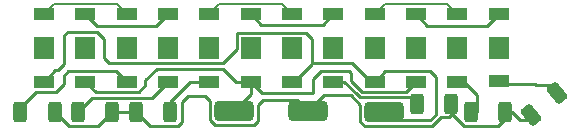
<source format=gtl>
%TF.GenerationSoftware,KiCad,Pcbnew,(6.0.0)*%
%TF.CreationDate,2022-05-16T10:26:12-07:00*%
%TF.ProjectId,Raptor Gerber,52617074-6f72-4204-9765-726265722e6b,rev?*%
%TF.SameCoordinates,Original*%
%TF.FileFunction,Copper,L1,Top*%
%TF.FilePolarity,Positive*%
%FSLAX46Y46*%
G04 Gerber Fmt 4.6, Leading zero omitted, Abs format (unit mm)*
G04 Created by KiCad (PCBNEW (6.0.0)) date 2022-05-16 10:26:12*
%MOMM*%
%LPD*%
G01*
G04 APERTURE LIST*
G04 Aperture macros list*
%AMRoundRect*
0 Rectangle with rounded corners*
0 $1 Rounding radius*
0 $2 $3 $4 $5 $6 $7 $8 $9 X,Y pos of 4 corners*
0 Add a 4 corners polygon primitive as box body*
4,1,4,$2,$3,$4,$5,$6,$7,$8,$9,$2,$3,0*
0 Add four circle primitives for the rounded corners*
1,1,$1+$1,$2,$3*
1,1,$1+$1,$4,$5*
1,1,$1+$1,$6,$7*
1,1,$1+$1,$8,$9*
0 Add four rect primitives between the rounded corners*
20,1,$1+$1,$2,$3,$4,$5,0*
20,1,$1+$1,$4,$5,$6,$7,0*
20,1,$1+$1,$6,$7,$8,$9,0*
20,1,$1+$1,$8,$9,$2,$3,0*%
G04 Aperture macros list end*
%TA.AperFunction,SMDPad,CuDef*%
%ADD10R,1.700000X1.900000*%
%TD*%
%TA.AperFunction,SMDPad,CuDef*%
%ADD11R,1.700000X1.100000*%
%TD*%
%TA.AperFunction,SMDPad,CuDef*%
%ADD12RoundRect,0.250000X0.162353X-0.679649X0.641131X-0.277907X-0.162353X0.679649X-0.641131X0.277907X0*%
%TD*%
%TA.AperFunction,SMDPad,CuDef*%
%ADD13RoundRect,0.425000X-1.275000X-0.425000X1.275000X-0.425000X1.275000X0.425000X-1.275000X0.425000X0*%
%TD*%
%TA.AperFunction,SMDPad,CuDef*%
%ADD14RoundRect,0.250000X0.312500X0.625000X-0.312500X0.625000X-0.312500X-0.625000X0.312500X-0.625000X0*%
%TD*%
%TA.AperFunction,SMDPad,CuDef*%
%ADD15RoundRect,0.250000X-0.312500X-0.625000X0.312500X-0.625000X0.312500X0.625000X-0.312500X0.625000X0*%
%TD*%
%TA.AperFunction,Conductor*%
%ADD16C,0.250000*%
%TD*%
%TA.AperFunction,Conductor*%
%ADD17C,0.203200*%
%TD*%
G04 APERTURE END LIST*
D10*
%TO.P,D191,*%
%TO.N,*%
X59012556Y-19635687D03*
D11*
%TO.P,D191,1,K*%
%TO.N,N/C*%
X59012556Y-16785687D03*
%TO.P,D191,2,A*%
X59012556Y-22485687D03*
%TD*%
D12*
%TO.P,R96,1*%
%TO.N,N/C*%
X61724081Y-25347587D03*
%TO.P,R96,2*%
X63964761Y-23467433D03*
%TD*%
D13*
%TO.P,amb-,1*%
%TO.N,N/C*%
X36587556Y-24996087D03*
%TD*%
D10*
%TO.P,D189,*%
%TO.N,*%
X45012556Y-19646087D03*
D11*
%TO.P,D189,1,K*%
%TO.N,N/C*%
X45012556Y-16796087D03*
%TO.P,D189,2,A*%
X45012556Y-22496087D03*
%TD*%
D10*
%TO.P,D188,*%
%TO.N,*%
X24012556Y-19646087D03*
D11*
%TO.P,D188,1,K*%
%TO.N,N/C*%
X24012556Y-22496087D03*
%TO.P,D188,2,A*%
X24012556Y-16796087D03*
%TD*%
D14*
%TO.P,R94,1*%
%TO.N,N/C*%
X26312556Y-25076087D03*
%TO.P,R94,2*%
X23387556Y-25076087D03*
%TD*%
D10*
%TO.P,D182,*%
%TO.N,*%
X27512556Y-19646087D03*
D11*
%TO.P,D182,1,K*%
%TO.N,N/C*%
X27512556Y-16796087D03*
%TO.P,D182,2,A*%
X27512556Y-22496087D03*
%TD*%
D15*
%TO.P,R92,1*%
%TO.N,N/C*%
X28270056Y-25056087D03*
%TO.P,R92,2*%
X31195056Y-25056087D03*
%TD*%
D14*
%TO.P,R93,1*%
%TO.N,N/C*%
X59584456Y-25096087D03*
%TO.P,R93,2*%
X56659456Y-25096087D03*
%TD*%
D10*
%TO.P,D183,*%
%TO.N,*%
X41512556Y-19646087D03*
D11*
%TO.P,D183,1,K*%
%TO.N,N/C*%
X41512556Y-22496087D03*
%TO.P,D183,2,A*%
X41512556Y-16796087D03*
%TD*%
D13*
%TO.P,7V+,1*%
%TO.N,N/C*%
X42902556Y-25031567D03*
%TD*%
D10*
%TO.P,D192,*%
%TO.N,*%
X52012556Y-19646087D03*
D11*
%TO.P,D192,1,K*%
%TO.N,N/C*%
X52012556Y-22496087D03*
%TO.P,D192,2,A*%
X52012556Y-16796087D03*
%TD*%
D14*
%TO.P,R95,1*%
%TO.N,N/C*%
X54984456Y-24416087D03*
%TO.P,R95,2*%
X52059456Y-24416087D03*
%TD*%
D13*
%TO.P,wht-,1*%
%TO.N,N/C*%
X49312556Y-25101887D03*
%TD*%
D10*
%TO.P,D186,*%
%TO.N,*%
X55512556Y-19646087D03*
D11*
%TO.P,D186,1,K*%
%TO.N,N/C*%
X55512556Y-16796087D03*
%TO.P,D186,2,A*%
X55512556Y-22496087D03*
%TD*%
D10*
%TO.P,D184,*%
%TO.N,*%
X34512556Y-19646087D03*
D11*
%TO.P,D184,1,K*%
%TO.N,N/C*%
X34512556Y-16796087D03*
%TO.P,D184,2,A*%
X34512556Y-22496087D03*
%TD*%
D10*
%TO.P,D187,*%
%TO.N,*%
X31012556Y-19646087D03*
D11*
%TO.P,D187,1,K*%
%TO.N,N/C*%
X31012556Y-16796087D03*
%TO.P,D187,2,A*%
X31012556Y-22496087D03*
%TD*%
D14*
%TO.P,R91,1*%
%TO.N,N/C*%
X21455056Y-25096087D03*
%TO.P,R91,2*%
X18530056Y-25096087D03*
%TD*%
D10*
%TO.P,D181,*%
%TO.N,*%
X20512556Y-19646087D03*
D11*
%TO.P,D181,1,K*%
%TO.N,N/C*%
X20512556Y-22496087D03*
%TO.P,D181,2,A*%
X20512556Y-16796087D03*
%TD*%
D10*
%TO.P,D185,*%
%TO.N,*%
X48512556Y-19646087D03*
D11*
%TO.P,D185,1,K*%
%TO.N,N/C*%
X48512556Y-22496087D03*
%TO.P,D185,2,A*%
X48512556Y-16796087D03*
%TD*%
D10*
%TO.P,D190,*%
%TO.N,*%
X38012556Y-19646087D03*
D11*
%TO.P,D190,1,K*%
%TO.N,N/C*%
X38012556Y-22496087D03*
%TO.P,D190,2,A*%
X38012556Y-16796087D03*
%TD*%
D16*
%TO.N,*%
X53367954Y-26276407D02*
X54162076Y-25482285D01*
X29112556Y-22796087D02*
X28538045Y-23370598D01*
X38012556Y-22496087D02*
X36812556Y-22496087D01*
X62192556Y-22813587D02*
X63310915Y-22813587D01*
X29652076Y-23856567D02*
X24607076Y-23856567D01*
X31195056Y-24596087D02*
X31195056Y-24213587D01*
X54162076Y-25482285D02*
X54795358Y-25482285D01*
X52530056Y-24416087D02*
X51934087Y-23820118D01*
X39043476Y-24071567D02*
X38622756Y-24492287D01*
X58037067Y-17771576D02*
X59012556Y-16796087D01*
X53212556Y-25796087D02*
X49957076Y-25796087D01*
X35712556Y-21396087D02*
X30063534Y-21396087D01*
X51934087Y-23820118D02*
X47274909Y-23820118D01*
X29112556Y-22347065D02*
X29112556Y-22796087D01*
X31853036Y-26255607D02*
X29469576Y-26255607D01*
X39012556Y-23496087D02*
X38012556Y-22496087D01*
X22212556Y-21996087D02*
X22587067Y-21621576D01*
X46312556Y-21596087D02*
X44012556Y-21596087D01*
X62192556Y-25738587D02*
X60780056Y-25738587D01*
D17*
X49363667Y-15944976D02*
X54661445Y-15944976D01*
D16*
X53187067Y-21621576D02*
X53712556Y-22147065D01*
X43212556Y-20896087D02*
X43212556Y-20995109D01*
X26037067Y-20920598D02*
X35688045Y-20920598D01*
X56112556Y-22496087D02*
X55512556Y-22496087D01*
D17*
X35363667Y-15944976D02*
X34512556Y-16796087D01*
D16*
X22212556Y-20995109D02*
X22212556Y-18596087D01*
X49957076Y-25796087D02*
X49312556Y-25151567D01*
X43237067Y-18921576D02*
X43237067Y-20920598D01*
X56108983Y-26295607D02*
X54984456Y-25171080D01*
X53712556Y-25296087D02*
X53212556Y-25796087D01*
X38012556Y-22496087D02*
X38012556Y-23571087D01*
X34563036Y-24106767D02*
X34191956Y-23735687D01*
X24988045Y-17771576D02*
X30037067Y-17771576D01*
X28538045Y-23370598D02*
X24887067Y-23370598D01*
X44012556Y-21596087D02*
X43312556Y-22296087D01*
X22634576Y-26275607D02*
X25113036Y-26275607D01*
X29469576Y-26255607D02*
X28270056Y-25056087D01*
X41711578Y-22496087D02*
X41512556Y-22496087D01*
X38887067Y-17670598D02*
X44138045Y-17670598D01*
X26638045Y-21621576D02*
X27512556Y-22496087D01*
X22212556Y-22696087D02*
X22212556Y-21996087D01*
X26332556Y-25056087D02*
X26312556Y-25076087D01*
X18610056Y-24636087D02*
X19875545Y-23370598D01*
X21488045Y-21520598D02*
X21687067Y-21520598D01*
X19875545Y-23370598D02*
X21538045Y-23370598D01*
X25012556Y-18296087D02*
X25612556Y-18896087D01*
D17*
X54661445Y-15944976D02*
X55512556Y-16796087D01*
D16*
X24012556Y-16796087D02*
X24988045Y-17771576D01*
X32212556Y-24215087D02*
X32212556Y-25896087D01*
D17*
X40661445Y-15944976D02*
X35363667Y-15944976D01*
D16*
X24607076Y-23856567D02*
X23387556Y-25076087D01*
X38012556Y-23571087D02*
X36587556Y-24996087D01*
X63310915Y-22813587D02*
X63964761Y-23467433D01*
X41942556Y-24071567D02*
X39043476Y-24071567D01*
X60137556Y-25096087D02*
X58938036Y-26295607D01*
X31012556Y-22496087D02*
X29652076Y-23856567D01*
X44254636Y-23679487D02*
X42902556Y-25031567D01*
X31195056Y-24213587D02*
X32912556Y-22496087D01*
X43312556Y-23496087D02*
X39012556Y-23496087D01*
X54984456Y-25171080D02*
X54984456Y-24416087D01*
X25113036Y-26275607D02*
X26312556Y-25076087D01*
X42902556Y-25031567D02*
X41942556Y-24071567D01*
X36838045Y-18371576D02*
X42687067Y-18371576D01*
X52012556Y-22496087D02*
X51138045Y-23370598D01*
X35688045Y-20920598D02*
X36838045Y-19770598D01*
X52988045Y-17771576D02*
X58037067Y-17771576D01*
X35002095Y-26170607D02*
X34563036Y-25731548D01*
X49387067Y-21621576D02*
X53187067Y-21621576D01*
X43312556Y-22296087D02*
X43312556Y-23496087D01*
X46637067Y-20920598D02*
X43237067Y-20920598D01*
X42687067Y-18371576D02*
X43237067Y-18921576D01*
X46498561Y-23679487D02*
X44254636Y-23679487D01*
X34563036Y-25731548D02*
X34563036Y-24106767D01*
X48512556Y-22496087D02*
X48212556Y-22496087D01*
X18530056Y-24636087D02*
X18610056Y-24636087D01*
X51138045Y-23370598D02*
X47461107Y-23370598D01*
D17*
X41512556Y-16796087D02*
X40661445Y-15944976D01*
D16*
X48212556Y-22496087D02*
X46637067Y-20920598D01*
X47680926Y-26279918D02*
X47288036Y-25887028D01*
X36812556Y-22496087D02*
X35712556Y-21396087D01*
X46512556Y-21796087D02*
X46312556Y-21596087D01*
X38622756Y-24492287D02*
X38622756Y-25838487D01*
X47011587Y-23556795D02*
X45950879Y-22496087D01*
X22587067Y-21621576D02*
X26638045Y-21621576D01*
X25612556Y-18896087D02*
X25612556Y-20496087D01*
D17*
X48512556Y-16796087D02*
X49363667Y-15944976D01*
D16*
X53712556Y-22147065D02*
X53712556Y-25296087D01*
X47274909Y-23820118D02*
X47011587Y-23556795D01*
X57212556Y-23596087D02*
X56112556Y-22496087D01*
X38622756Y-25838487D02*
X38290636Y-26170607D01*
X62192556Y-22813587D02*
X62075056Y-22696087D01*
X32212556Y-25896087D02*
X31853036Y-26255607D01*
X38012556Y-16796087D02*
X38887067Y-17670598D01*
X21538045Y-23370598D02*
X22212556Y-22696087D01*
X25612556Y-20496087D02*
X26037067Y-20920598D01*
X54984456Y-25293187D02*
X54984456Y-24416087D01*
X47288036Y-24468962D02*
X46498561Y-23679487D01*
X22212556Y-18596087D02*
X22512556Y-18296087D01*
X54795358Y-25482285D02*
X54984456Y-25293187D01*
X43212556Y-20995109D02*
X41711578Y-22496087D01*
X47288036Y-25887028D02*
X47288036Y-24468962D01*
X46512556Y-22422047D02*
X46512556Y-21796087D01*
X30037067Y-17771576D02*
X31012556Y-16796087D01*
X57212556Y-25096087D02*
X57212556Y-23596087D01*
X32912556Y-22496087D02*
X34512556Y-22496087D01*
X28270056Y-25056087D02*
X26332556Y-25056087D01*
X62075056Y-22696087D02*
X59012556Y-22696087D01*
X52012556Y-16796087D02*
X52988045Y-17771576D01*
X22512556Y-18296087D02*
X25012556Y-18296087D01*
X44138045Y-17670598D02*
X45012556Y-16796087D01*
X34191956Y-23735687D02*
X32691956Y-23735687D01*
X30063534Y-21396087D02*
X29112556Y-22347065D01*
X24887067Y-23370598D02*
X24012556Y-22496087D01*
X43237067Y-20920598D02*
X43212556Y-20896087D01*
X21687067Y-21520598D02*
X22212556Y-20995109D01*
X48512556Y-22496087D02*
X49387067Y-21621576D01*
X45950879Y-22496087D02*
X45012556Y-22496087D01*
X20512556Y-22496087D02*
X21488045Y-21520598D01*
X21455056Y-25096087D02*
X22634576Y-26275607D01*
X58938036Y-26295607D02*
X56108983Y-26295607D01*
X60780056Y-25738587D02*
X60137556Y-25096087D01*
X36838045Y-19770598D02*
X36838045Y-18371576D01*
X38290636Y-26170607D02*
X35002095Y-26170607D01*
X32691956Y-23735687D02*
X32212556Y-24215087D01*
D17*
X26661445Y-15944976D02*
X21363667Y-15944976D01*
D16*
X47684437Y-26276407D02*
X53367954Y-26276407D01*
X47461107Y-23370598D02*
X46512556Y-22422047D01*
D17*
X21363667Y-15944976D02*
X20512556Y-16796087D01*
X27512556Y-16796087D02*
X26661445Y-15944976D01*
%TD*%
M02*

</source>
